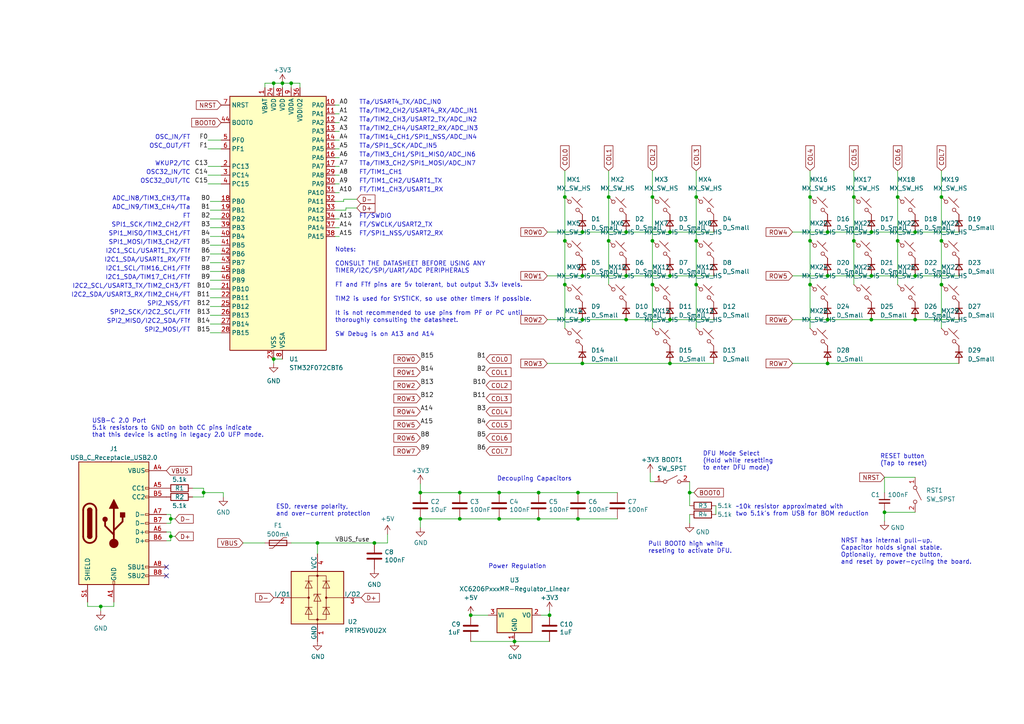
<source format=kicad_sch>
(kicad_sch (version 20250114) (generator "eeschema") (generator_version "9.0")
  (paper "A4")
  (text "SPI1_SCK/TIM2_CH2/FT" (at 55.245 66.04 0) (effects (font (size 1.27 1.27)) (justify right bottom)))
  (text "FT/TIM1_CH1" (at 104.14 50.8 0) (effects (font (size 1.27 1.27)) (justify left bottom)))
  (text "FT/TIM1_CH3/USART1_RX" (at 104.14 55.88 0) (effects (font (size 1.27 1.27)) (justify left bottom)))
  (text "SPI2_NSS/FT" (at 55.245 88.9 0) (effects (font (size 1.27 1.27)) (justify right bottom)))
  (text "Notes:\n\nCONSULT THE DATASHEET BEFORE USING ANY \nTIMER/I2C/SPI/UART/ADC PERIPHERALS\n\nFT and FTf pins are 5v tolerant, but output 3.3v levels.\n\nTIM2 is used for SYSTICK, so use other timers if possible.\n\nIt is not recommended to use pins from PF or PC until\nthoroughly consulting the datasheet.\n\nSW Debug is on A13 and A14" (at 97.155 97.79 0) (effects (font (size 1.27 1.27)) (justify left bottom)))
  (text "TTa/TIM2_CH4/USART2_RX/ADC_IN3" (at 104.14 38.1 0) (effects (font (size 1.27 1.27)) (justify left bottom)))
  (text "NRST has internal pull-up.\nCapacitor holds signal stable.\nOptionally, remove the button,\nand reset by power-cycling the board." (at 243.84 163.83 0) (effects (font (size 1.27 1.27)) (justify left bottom)))
  (text "FT/SWDIO" (at 104.14 63.5 0) (effects (font (size 1.27 1.27)) (justify left bottom)))
  (text "Decoupling Capacitors" (at 144.145 139.7 0) (effects (font (size 1.27 1.27)) (justify left bottom)))
  (text "SPI1_MOSI/TIM3_CH2/FT" (at 55.245 71.12 0) (effects (font (size 1.27 1.27)) (justify right bottom)))
  (text "ADC_IN9/TIM3_CH4/TTa" (at 55.245 60.96 0) (effects (font (size 1.27 1.27)) (justify right bottom)))
  (text "I2C2_SCL/USART3_TX/TIM2_CH3/FT" (at 55.245 83.82 0) (effects (font (size 1.27 1.27)) (justify right bottom)))
  (text "SPI2_MISO/I2C2_SDA/FTf" (at 55.245 93.98 0) (effects (font (size 1.27 1.27)) (justify right bottom)))
  (text "FT/SWCLK/USART2_TX" (at 104.14 66.04 0) (effects (font (size 1.27 1.27)) (justify left bottom)))
  (text "I2C1_SCL/TIM16_CH1/FTf" (at 55.245 78.74 0) (effects (font (size 1.27 1.27)) (justify right bottom)))
  (text "~10k resistor approximated with\ntwo 5.1k's from USB for BOM reduction" (at 213.36 149.86 0) (effects (font (size 1.27 1.27)) (justify left bottom)))
  (text "TTa/TIM2_CH2/USART4_RX/ADC_IN1" (at 104.14 33.02 0) (effects (font (size 1.27 1.27)) (justify left bottom)))
  (text "USB-C 2.0 Port\n5.1k resistors to GND on both CC pins indicate\nthat this device is acting in legacy 2.0 UFP mode." (at 26.67 127 0) (effects (font (size 1.27 1.27)) (justify left bottom)))
  (text "TTa/TIM2_CH3/USART2_TX/ADC_IN2" (at 104.14 35.56 0) (effects (font (size 1.27 1.27)) (justify left bottom)))
  (text "OSC_IN/FT" (at 55.245 40.64 0) (effects (font (size 1.27 1.27)) (justify right bottom)))
  (text "DFU Mode Select\n(Hold while resetting\nto enter DFU mode)" (at 203.835 136.525 0) (effects (font (size 1.27 1.27)) (justify left bottom)))
  (text "WKUP2/TC" (at 55.245 48.26 0) (effects (font (size 1.27 1.27)) (justify right bottom)))
  (text "I2C2_SDA/USART3_RX/TIM2_CH4/FT" (at 55.245 86.36 0) (effects (font (size 1.27 1.27)) (justify right bottom)))
  (text "ADC_IN8/TIM3_CH3/TTa" (at 55.245 58.42 0) (effects (font (size 1.27 1.27)) (justify right bottom)))
  (text "RESET button\n(Tap to reset)" (at 255.27 135.255 0) (effects (font (size 1.27 1.27)) (justify left bottom)))
  (text "Pull BOOT0 high while \nreseting to activate DFU." (at 187.96 160.655 0) (effects (font (size 1.27 1.27)) (justify left bottom)))
  (text "I2C1_SDA/TIM17_CH1/FTf" (at 55.245 81.28 0) (effects (font (size 1.27 1.27)) (justify right bottom)))
  (text "TTa/SPI1_SCK/ADC_IN5" (at 104.14 43.18 0) (effects (font (size 1.27 1.27)) (justify left bottom)))
  (text "TTa/TIM3_CH1/SPI1_MISO/ADC_IN6" (at 104.14 45.72 0) (effects (font (size 1.27 1.27)) (justify left bottom)))
  (text "TTa/TIM3_CH2/SPI1_MOSI/ADC_IN7" (at 104.14 48.26 0) (effects (font (size 1.27 1.27)) (justify left bottom)))
  (text "OSC32_OUT/TC" (at 55.245 53.34 0) (effects (font (size 1.27 1.27)) (justify right bottom)))
  (text "FT/SPI1_NSS/USART2_RX" (at 104.14 68.58 0) (effects (font (size 1.27 1.27)) (justify left bottom)))
  (text "SPI1_MISO/TIM3_CH1/FT" (at 55.245 68.58 0) (effects (font (size 1.27 1.27)) (justify right bottom)))
  (text "OSC32_IN/TC" (at 55.245 50.8 0) (effects (font (size 1.27 1.27)) (justify right bottom)))
  (text "TTa/TIM14_CH1/SPI1_NSS/ADC_IN4" (at 104.14 40.64 0) (effects (font (size 1.27 1.27)) (justify left bottom)))
  (text "I2C1_SDA/USART1_RX/FTf" (at 55.245 76.2 0) (effects (font (size 1.27 1.27)) (justify right bottom)))
  (text "SPI2_MOSI/FT" (at 55.245 96.52 0) (effects (font (size 1.27 1.27)) (justify right bottom)))
  (text "FT/TIM1_CH2/USART1_TX" (at 104.14 53.34 0) (effects (font (size 1.27 1.27)) (justify left bottom)))
  (text "Power Regulation" (at 141.605 165.1 0) (effects (font (size 1.27 1.27)) (justify left bottom)))
  (text "SPI2_SCK/I2C2_SCL/FTf" (at 55.245 91.44 0) (effects (font (size 1.27 1.27)) (justify right bottom)))
  (text "OSC_OUT/FT" (at 55.245 43.18 0) (effects (font (size 1.27 1.27)) (justify right bottom)))
  (text "ESD, reverse polarity,\nand over-current protection" (at 80.01 149.86 0) (effects (font (size 1.27 1.27)) (justify left bottom)))
  (text "FT" (at 55.245 63.5 0) (effects (font (size 1.27 1.27)) (justify right bottom)))
  (text "TTa/USART4_TX/ADC_IN0" (at 104.14 30.48 0) (effects (font (size 1.27 1.27)) (justify left bottom)))
  (text "I2C1_SCL/USART1_TX/FTf" (at 55.245 73.66 0) (effects (font (size 1.27 1.27)) (justify right bottom)))
  (junction (at 252.73 67.31))
  (junction (at 200.025 142.875))
  (junction (at 273.05 82.55))
  (junction (at 189.23 57.15))
  (junction (at 181.61 80.01))
  (junction (at 81.915 24.13))
  (junction (at 163.83 82.55))
  (junction (at 194.31 67.31))
  (junction (at 163.83 57.15))
  (junction (at 181.61 67.31))
  (junction (at 159.385 178.435))
  (junction (at 168.91 80.01))
  (junction (at 247.65 69.85))
  (junction (at 59.055 142.875))
  (junction (at 79.375 24.13))
  (junction (at 240.03 92.71))
  (junction (at 156.21 150.495))
  (junction (at 168.91 92.71))
  (junction (at 234.95 82.55))
  (junction (at 136.525 178.435))
  (junction (at 265.43 67.31))
  (junction (at 168.91 105.41))
  (junction (at 240.03 105.41))
  (junction (at 156.21 142.875))
  (junction (at 121.92 150.495))
  (junction (at 201.93 57.15))
  (junction (at 163.83 69.85))
  (junction (at 149.225 186.055) (diameter 0.9144))
  (junction (at 265.43 92.71))
  (junction (at 247.65 57.15))
  (junction (at 256.54 148.59))
  (junction (at 121.92 142.875))
  (junction (at 79.375 104.14))
  (junction (at 234.95 57.15))
  (junction (at 194.31 92.71))
  (junction (at 144.78 150.495))
  (junction (at 260.35 57.15))
  (junction (at 252.73 80.01))
  (junction (at 133.35 150.495))
  (junction (at 189.23 69.85))
  (junction (at 167.64 150.495))
  (junction (at 176.53 57.15))
  (junction (at 167.64 142.875))
  (junction (at 201.93 82.55))
  (junction (at 189.23 82.55))
  (junction (at 168.91 67.31))
  (junction (at 273.05 69.85))
  (junction (at 252.73 92.71))
  (junction (at 176.53 69.85))
  (junction (at 265.43 80.01))
  (junction (at 273.05 57.15))
  (junction (at 92.075 157.48))
  (junction (at 144.78 142.875))
  (junction (at 194.31 105.41))
  (junction (at 240.03 67.31))
  (junction (at 260.35 69.85))
  (junction (at 201.93 69.85))
  (junction (at 181.61 92.71))
  (junction (at 108.585 157.48))
  (junction (at 49.53 155.575))
  (junction (at 194.31 80.01))
  (junction (at 29.21 175.895))
  (junction (at 49.53 150.495))
  (junction (at 234.95 69.85))
  (junction (at 133.35 142.875))
  (junction (at 84.455 24.13))
  (junction (at 240.03 80.01))
  (no_connect (at 48.26 167.005))
  (no_connect (at 48.26 164.465))
  (wire (pts (xy 229.87 80.01) (xy 240.03 80.01)))
  (wire (pts (xy 181.61 67.31) (xy 194.31 67.31)))
  (wire (pts (xy 167.64 150.495) (xy 179.07 150.495)))
  (wire (pts (xy 201.93 82.55) (xy 201.93 95.25)))
  (wire (pts (xy 273.05 82.55) (xy 273.05 95.25)))
  (wire (pts (xy 247.65 69.85) (xy 247.65 82.55)))
  (wire (pts (xy 158.75 80.01) (xy 168.91 80.01)))
  (wire (pts (xy 189.23 49.53) (xy 189.23 57.15)))
  (wire (pts (xy 48.26 156.845) (xy 49.53 156.845)))
  (wire (pts (xy 60.96 76.2) (xy 64.135 76.2)))
  (wire (pts (xy 98.425 40.64) (xy 97.155 40.64)))
  (wire (pts (xy 234.95 82.55) (xy 234.95 95.25)))
  (wire (pts (xy 29.21 175.895) (xy 33.02 175.895)))
  (wire (pts (xy 60.96 60.96) (xy 64.135 60.96)))
  (wire (pts (xy 86.995 24.13) (xy 86.995 25.4)))
  (wire (pts (xy 48.26 149.225) (xy 49.53 149.225)))
  (wire (pts (xy 98.425 53.34) (xy 97.155 53.34)))
  (wire (pts (xy 59.055 144.145) (xy 59.055 142.875)))
  (wire (pts (xy 163.83 57.15) (xy 163.83 69.85)))
  (wire (pts (xy 265.43 80.01) (xy 278.13 80.01)))
  (wire (pts (xy 144.78 150.495) (xy 133.35 150.495)))
  (wire (pts (xy 194.31 80.01) (xy 207.01 80.01)))
  (wire (pts (xy 55.88 144.145) (xy 59.055 144.145)))
  (wire (pts (xy 98.425 48.26) (xy 97.155 48.26)))
  (wire (pts (xy 49.53 150.495) (xy 49.53 151.765)))
  (wire (pts (xy 59.055 142.875) (xy 59.055 141.605)))
  (wire (pts (xy 189.865 139.7) (xy 188.595 139.7)))
  (wire (pts (xy 29.21 177.165) (xy 29.21 175.895)))
  (wire (pts (xy 84.455 24.13) (xy 84.455 25.4)))
  (wire (pts (xy 98.425 35.56) (xy 97.155 35.56)))
  (wire (pts (xy 59.055 142.875) (xy 64.77 142.875)))
  (wire (pts (xy 144.78 142.875) (xy 133.35 142.875)))
  (wire (pts (xy 60.96 63.5) (xy 64.135 63.5)))
  (wire (pts (xy 84.455 24.13) (xy 86.995 24.13)))
  (wire (pts (xy 200.025 142.875) (xy 201.295 142.875)))
  (wire (pts (xy 60.96 78.74) (xy 64.135 78.74)))
  (wire (pts (xy 79.375 24.13) (xy 79.375 25.4)))
  (wire (pts (xy 201.93 49.53) (xy 201.93 57.15)))
  (wire (pts (xy 189.23 69.85) (xy 189.23 82.55)))
  (wire (pts (xy 55.88 141.605) (xy 59.055 141.605)))
  (wire (pts (xy 149.225 186.055) (xy 159.385 186.055)))
  (wire (pts (xy 60.96 93.98) (xy 64.135 93.98)))
  (wire (pts (xy 79.375 105.41) (xy 79.375 104.14)))
  (wire (pts (xy 60.96 83.82) (xy 64.135 83.82)))
  (wire (pts (xy 273.05 49.53) (xy 273.05 57.15)))
  (wire (pts (xy 98.425 38.1) (xy 97.155 38.1)))
  (wire (pts (xy 256.54 151.13) (xy 256.54 148.59)))
  (wire (pts (xy 158.75 92.71) (xy 168.91 92.71)))
  (wire (pts (xy 252.73 92.71) (xy 265.43 92.71)))
  (wire (pts (xy 60.96 73.66) (xy 64.135 73.66)))
  (wire (pts (xy 260.35 57.15) (xy 260.35 69.85)))
  (wire (pts (xy 136.525 178.435) (xy 141.605 178.435)))
  (wire (pts (xy 207.645 146.685) (xy 207.645 149.225)))
  (wire (pts (xy 156.21 142.875) (xy 167.64 142.875)))
  (wire (pts (xy 98.425 63.5) (xy 97.155 63.5)))
  (wire (pts (xy 194.31 92.71) (xy 207.01 92.71)))
  (wire (pts (xy 60.96 71.12) (xy 64.135 71.12)))
  (wire (pts (xy 194.31 105.41) (xy 207.01 105.41)))
  (wire (pts (xy 168.91 105.41) (xy 194.31 105.41)))
  (wire (pts (xy 108.585 157.48) (xy 112.395 157.48)))
  (wire (pts (xy 240.03 92.71) (xy 252.73 92.71)))
  (wire (pts (xy 240.03 105.41) (xy 278.13 105.41)))
  (wire (pts (xy 168.91 67.31) (xy 181.61 67.31)))
  (wire (pts (xy 188.595 139.7) (xy 188.595 137.16)))
  (wire (pts (xy 240.03 80.01) (xy 252.73 80.01)))
  (wire (pts (xy 176.53 69.85) (xy 176.53 82.55)))
  (wire (pts (xy 265.43 67.31) (xy 278.13 67.31)))
  (wire (pts (xy 100.33 60.325) (xy 100.33 60.96)))
  (wire (pts (xy 60.96 66.04) (xy 64.135 66.04)))
  (wire (pts (xy 181.61 92.71) (xy 194.31 92.71)))
  (wire (pts (xy 76.835 24.13) (xy 76.835 25.4)))
  (wire (pts (xy 247.65 57.15) (xy 247.65 69.85)))
  (wire (pts (xy 201.93 69.85) (xy 201.93 82.55)))
  (wire (pts (xy 229.87 92.71) (xy 240.03 92.71)))
  (wire (pts (xy 98.425 43.18) (xy 97.155 43.18)))
  (wire (pts (xy 168.91 80.01) (xy 181.61 80.01)))
  (wire (pts (xy 60.96 91.44) (xy 64.135 91.44)))
  (wire (pts (xy 256.54 138.43) (xy 265.43 138.43)))
  (wire (pts (xy 156.845 178.435) (xy 159.385 178.435)))
  (wire (pts (xy 144.78 142.875) (xy 156.21 142.875)))
  (wire (pts (xy 240.03 67.31) (xy 252.73 67.31)))
  (wire (pts (xy 98.425 45.72) (xy 97.155 45.72)))
  (wire (pts (xy 200.025 139.7) (xy 200.025 142.875)))
  (wire (pts (xy 84.455 24.13) (xy 81.915 24.13)))
  (wire (pts (xy 60.96 58.42) (xy 64.135 58.42)))
  (wire (pts (xy 163.83 49.53) (xy 163.83 57.15)))
  (wire (pts (xy 256.54 138.43) (xy 256.54 142.875)))
  (wire (pts (xy 98.425 55.88) (xy 97.155 55.88)))
  (wire (pts (xy 60.96 86.36) (xy 64.135 86.36)))
  (wire (pts (xy 70.485 157.48) (xy 76.835 157.48)))
  (wire (pts (xy 100.33 60.96) (xy 97.155 60.96)))
  (wire (pts (xy 158.75 67.31) (xy 168.91 67.31)))
  (wire (pts (xy 163.83 82.55) (xy 163.83 95.25)))
  (wire (pts (xy 121.92 153.035) (xy 121.92 150.495)))
  (wire (pts (xy 194.31 67.31) (xy 207.01 67.31)))
  (wire (pts (xy 49.53 156.845) (xy 49.53 155.575)))
  (wire (pts (xy 60.325 48.26) (xy 64.135 48.26)))
  (wire (pts (xy 60.325 50.8) (xy 64.135 50.8)))
  (wire (pts (xy 48.26 154.305) (xy 49.53 154.305)))
  (wire (pts (xy 84.455 157.48) (xy 92.075 157.48)))
  (wire (pts (xy 79.375 104.14) (xy 81.915 104.14)))
  (wire (pts (xy 167.64 142.875) (xy 179.07 142.875)))
  (wire (pts (xy 121.92 140.335) (xy 121.92 142.875)))
  (wire (pts (xy 60.96 96.52) (xy 64.135 96.52)))
  (wire (pts (xy 256.54 148.59) (xy 256.54 147.955)))
  (wire (pts (xy 49.53 150.495) (xy 50.8 150.495)))
  (wire (pts (xy 79.375 24.13) (xy 81.915 24.13)))
  (wire (pts (xy 256.54 148.59) (xy 265.43 148.59)))
  (wire (pts (xy 200.025 149.225) (xy 200.025 151.765)))
  (wire (pts (xy 60.325 40.64) (xy 64.135 40.64)))
  (wire (pts (xy 60.96 88.9) (xy 64.135 88.9)))
  (wire (pts (xy 60.96 81.28) (xy 64.135 81.28)))
  (wire (pts (xy 25.4 175.895) (xy 29.21 175.895)))
  (wire (pts (xy 112.395 154.94) (xy 112.395 157.48)))
  (wire (pts (xy 273.05 69.85) (xy 273.05 82.55)))
  (wire (pts (xy 76.835 24.13) (xy 79.375 24.13)))
  (wire (pts (xy 60.96 68.58) (xy 64.135 68.58)))
  (wire (pts (xy 200.025 142.875) (xy 200.025 146.685)))
  (wire (pts (xy 48.26 151.765) (xy 49.53 151.765)))
  (wire (pts (xy 189.23 82.55) (xy 189.23 95.25)))
  (wire (pts (xy 99.695 57.785) (xy 99.695 58.42)))
  (wire (pts (xy 260.35 69.85) (xy 260.35 82.55)))
  (wire (pts (xy 25.4 174.625) (xy 25.4 175.895)))
  (wire (pts (xy 158.75 105.41) (xy 168.91 105.41)))
  (wire (pts (xy 103.505 60.325) (xy 100.33 60.325)))
  (wire (pts (xy 49.53 154.305) (xy 49.53 155.575)))
  (wire (pts (xy 98.425 50.8) (xy 97.155 50.8)))
  (wire (pts (xy 98.425 33.02) (xy 97.155 33.02)))
  (wire (pts (xy 176.53 49.53) (xy 176.53 57.15)))
  (wire (pts (xy 98.425 66.04) (xy 97.155 66.04)))
  (wire (pts (xy 49.53 155.575) (xy 50.8 155.575)))
  (wire (pts (xy 247.65 49.53) (xy 247.65 57.15)))
  (wire (pts (xy 133.35 150.495) (xy 121.92 150.495)))
  (wire (pts (xy 159.385 177.165) (xy 159.385 178.435)))
  (wire (pts (xy 234.95 57.15) (xy 234.95 69.85)))
  (wire (pts (xy 234.95 49.53) (xy 234.95 57.15)))
  (wire (pts (xy 64.77 142.875) (xy 64.77 144.145)))
  (wire (pts (xy 176.53 57.15) (xy 176.53 69.85)))
  (wire (pts (xy 33.02 175.895) (xy 33.02 174.625)))
  (wire (pts (xy 99.695 58.42) (xy 97.155 58.42)))
  (wire (pts (xy 92.075 157.48) (xy 92.075 160.655)))
  (wire (pts (xy 60.325 43.18) (xy 64.135 43.18)))
  (wire (pts (xy 103.505 57.785) (xy 99.695 57.785)))
  (wire (pts (xy 260.35 49.53) (xy 260.35 57.15)))
  (wire (pts (xy 252.73 80.01) (xy 265.43 80.01)))
  (wire (pts (xy 234.95 69.85) (xy 234.95 82.55)))
  (wire (pts (xy 149.225 186.055) (xy 136.525 186.055)))
  (wire (pts (xy 201.93 57.15) (xy 201.93 69.85)))
  (wire (pts (xy 168.91 92.71) (xy 181.61 92.71)))
  (wire (pts (xy 92.075 157.48) (xy 108.585 157.48)))
  (wire (pts (xy 252.73 67.31) (xy 265.43 67.31)))
  (wire (pts (xy 98.425 30.48) (xy 97.155 30.48)))
  (wire (pts (xy 163.83 69.85) (xy 163.83 82.55)))
  (wire (pts (xy 98.425 68.58) (xy 97.155 68.58)))
  (wire (pts (xy 81.915 24.13) (xy 81.915 25.4)))
  (wire (pts (xy 133.35 142.875) (xy 121.92 142.875)))
  (wire (pts (xy 229.87 105.41) (xy 240.03 105.41)))
  (wire (pts (xy 229.87 67.31) (xy 240.03 67.31)))
  (wire (pts (xy 49.53 149.225) (xy 49.53 150.495)))
  (wire (pts (xy 181.61 80.01) (xy 194.31 80.01)))
  (wire (pts (xy 273.05 57.15) (xy 273.05 69.85)))
  (wire (pts (xy 144.78 150.495) (xy 156.21 150.495)))
  (wire (pts (xy 156.21 150.495) (xy 167.64 150.495)))
  (wire (pts (xy 265.43 92.71) (xy 278.13 92.71)))
  (wire (pts (xy 189.23 57.15) (xy 189.23 69.85)))
  (wire (pts (xy 60.325 53.34) (xy 64.135 53.34)))
  (label "A1" (at 98.425 33.02 0))
  (label "A3" (at 98.425 38.1 0))
  (label "A13" (at 98.425 63.5 0))
  (label "B13" (at 121.92 111.76 0))
  (label "A10" (at 98.425 55.88 0))
  (label "A15" (at 121.92 123.19 0))
  (label "B14" (at 121.92 107.95 0))
  (label "B15" (at 121.92 104.14 0))
  (label "B7" (at 60.96 76.2 180))
  (label "B13" (at 60.96 91.44 180))
  (label "A6" (at 98.425 45.72 0))
  (label "B1" (at 60.96 60.96 180))
  (label "B9" (at 60.96 81.28 180))
  (label "B5" (at 60.96 71.12 180))
  (label "B8" (at 121.92 127 0))
  (label "B14" (at 60.96 93.98 180))
  (label "A8" (at 98.425 50.8 0))
  (label "B0" (at 60.96 58.42 180))
  (label "A9" (at 98.425 53.34 0))
  (label "VBUS_fuse" (at 97.155 157.48 0))
  (label "A2" (at 98.425 35.56 0))
  (label "B9" (at 121.92 130.81 0))
  (label "B8" (at 60.96 78.74 180))
  (label "B2" (at 140.97 107.95 180))
  (label "A4" (at 98.425 40.64 0))
  (label "B12" (at 60.96 88.9 180))
  (label "B4" (at 60.96 68.58 180))
  (label "B4" (at 140.97 123.19 180))
  (label "B3" (at 140.97 119.38 180))
  (label "C14" (at 60.325 50.8 180))
  (label "B6" (at 60.96 73.66 180))
  (label "B15" (at 60.96 96.52 180))
  (label "A14" (at 98.425 66.04 0))
  (label "B10" (at 60.96 83.82 180))
  (label "B11" (at 60.96 86.36 180))
  (label "B6" (at 140.97 130.81 180))
  (label "C15" (at 60.325 53.34 180))
  (label "B11" (at 140.97 115.57 180))
  (label "B3" (at 60.96 66.04 180))
  (label "A0" (at 98.425 30.48 0))
  (label "B2" (at 60.96 63.5 180))
  (label "F1" (at 60.325 43.18 180))
  (label "B10" (at 140.97 111.76 180))
  (label "B12" (at 121.92 115.57 0))
  (label "A14" (at 121.92 119.38 0))
  (label "A5" (at 98.425 43.18 0))
  (label "A7" (at 98.425 48.26 0))
  (label "C13" (at 60.325 48.26 180))
  (label "B5" (at 140.97 127 180))
  (label "F0" (at 60.325 40.64 180))
  (label "B1" (at 140.97 104.14 180))
  (label "A15" (at 98.425 68.58 0))
  (global_label "ROW0" (shape input) (at 158.75 67.31 180) (property "Intersheetrefs" "${INTERSHEET_REFS}" (effects (hide yes))))
  (global_label "COL5" (shape input) (at 140.97 123.19 0) (property "Intersheetrefs" "${INTERSHEET_REFS}" (effects (hide yes))))
  (global_label "ROW5" (shape input) (at 229.87 80.01 180) (property "Intersheetrefs" "${INTERSHEET_REFS}" (effects (hide yes))))
  (global_label "COL7" (shape input) (at 140.97 130.81 0) (property "Intersheetrefs" "${INTERSHEET_REFS}" (effects (hide yes))))
  (global_label "VBUS" (shape input) (at 70.485 157.48 180) (property "Intersheetrefs" "${INTERSHEET_REFS}" (effects (hide yes))))
  (global_label "COL2" (shape input) (at 140.97 111.76 0) (property "Intersheetrefs" "${INTERSHEET_REFS}" (effects (hide yes))))
  (global_label "D-" (shape input) (at 103.505 57.785 0) (property "Intersheetrefs" "${INTERSHEET_REFS}" (effects (hide yes))))
  (global_label "ROW1" (shape input) (at 158.75 80.01 180) (property "Intersheetrefs" "${INTERSHEET_REFS}" (effects (hide yes))))
  (global_label "COL1" (shape input) (at 140.97 107.95 0) (property "Intersheetrefs" "${INTERSHEET_REFS}" (effects (hide yes))))
  (global_label "COL2" (shape input) (at 189.23 49.53 90) (property "Intersheetrefs" "${INTERSHEET_REFS}" (effects (hide yes))))
  (global_label "ROW7" (shape input) (at 121.92 130.81 180) (property "Intersheetrefs" "${INTERSHEET_REFS}" (effects (hide yes))))
  (global_label "D-" (shape input) (at 79.375 173.355 180) (property "Intersheetrefs" "${INTERSHEET_REFS}" (effects (hide yes))))
  (global_label "ROW0" (shape input) (at 121.92 104.14 180) (property "Intersheetrefs" "${INTERSHEET_REFS}" (effects (hide yes))))
  (global_label "BOOT0" (shape input) (at 64.135 35.56 180) (property "Intersheetrefs" "${INTERSHEET_REFS}" (effects (hide yes))))
  (global_label "D+" (shape input) (at 103.505 60.325 0) (property "Intersheetrefs" "${INTERSHEET_REFS}" (effects (hide yes))))
  (global_label "COL0" (shape input) (at 163.83 49.53 90) (property "Intersheetrefs" "${INTERSHEET_REFS}" (effects (hide yes))))
  (global_label "COL1" (shape input) (at 176.53 49.53 90) (property "Intersheetrefs" "${INTERSHEET_REFS}" (effects (hide yes))))
  (global_label "ROW6" (shape input) (at 121.92 127 180) (property "Intersheetrefs" "${INTERSHEET_REFS}" (effects (hide yes))))
  (global_label "D+" (shape input) (at 104.775 173.355 0) (property "Intersheetrefs" "${INTERSHEET_REFS}" (effects (hide yes))))
  (global_label "COL4" (shape input) (at 140.97 119.38 0) (property "Intersheetrefs" "${INTERSHEET_REFS}" (effects (hide yes))))
  (global_label "D-" (shape input) (at 50.8 150.495 0) (property "Intersheetrefs" "${INTERSHEET_REFS}" (effects (hide yes))))
  (global_label "COL4" (shape input) (at 234.95 49.53 90) (property "Intersheetrefs" "${INTERSHEET_REFS}" (effects (hide yes))))
  (global_label "ROW7" (shape input) (at 229.87 105.41 180) (property "Intersheetrefs" "${INTERSHEET_REFS}" (effects (hide yes))))
  (global_label "ROW4" (shape input) (at 229.87 67.31 180) (property "Intersheetrefs" "${INTERSHEET_REFS}" (effects (hide yes))))
  (global_label "COL6" (shape input) (at 140.97 127 0) (property "Intersheetrefs" "${INTERSHEET_REFS}" (effects (hide yes))))
  (global_label "ROW3" (shape input) (at 121.92 115.57 180) (property "Intersheetrefs" "${INTERSHEET_REFS}" (effects (hide yes))))
  (global_label "COL3" (shape input) (at 140.97 115.57 0) (property "Intersheetrefs" "${INTERSHEET_REFS}" (effects (hide yes))))
  (global_label "COL7" (shape input) (at 273.05 49.53 90) (property "Intersheetrefs" "${INTERSHEET_REFS}" (effects (hide yes))))
  (global_label "COL3" (shape input) (at 201.93 49.53 90) (property "Intersheetrefs" "${INTERSHEET_REFS}" (effects (hide yes))))
  (global_label "ROW4" (shape input) (at 121.92 119.38 180) (property "Intersheetrefs" "${INTERSHEET_REFS}" (effects (hide yes))))
  (global_label "COL5" (shape input) (at 247.65 49.53 90) (property "Intersheetrefs" "${INTERSHEET_REFS}" (effects (hide yes))))
  (global_label "ROW2" (shape input) (at 158.75 92.71 180) (property "Intersheetrefs" "${INTERSHEET_REFS}" (effects (hide yes))))
  (global_label "NRST" (shape input) (at 256.54 138.43 180) (property "Intersheetrefs" "${INTERSHEET_REFS}" (effects (hide yes))))
  (global_label "NRST" (shape input) (at 64.135 30.48 180) (property "Intersheetrefs" "${INTERSHEET_REFS}" (effects (hide yes))))
  (global_label "COL6" (shape input) (at 260.35 49.53 90) (property "Intersheetrefs" "${INTERSHEET_REFS}" (effects (hide yes))))
  (global_label "BOOT0" (shape input) (at 201.295 142.875 0) (property "Intersheetrefs" "${INTERSHEET_REFS}" (effects (hide yes))))
  (global_label "ROW6" (shape input) (at 229.87 92.71 180) (property "Intersheetrefs" "${INTERSHEET_REFS}" (effects (hide yes))))
  (global_label "COL0" (shape input) (at 140.97 104.14 0) (property "Intersheetrefs" "${INTERSHEET_REFS}" (effects (hide yes))))
  (global_label "ROW3" (shape input) (at 158.75 105.41 180) (property "Intersheetrefs" "${INTERSHEET_REFS}" (effects (hide yes))))
  (global_label "D+" (shape input) (at 50.8 155.575 0) (property "Intersheetrefs" "${INTERSHEET_REFS}" (effects (hide yes))))
  (global_label "ROW5" (shape input) (at 121.92 123.19 180) (property "Intersheetrefs" "${INTERSHEET_REFS}" (effects (hide yes))))
  (global_label "VBUS" (shape input) (at 48.26 136.525 0) (property "Intersheetrefs" "${INTERSHEET_REFS}" (effects (hide yes))))
  (global_label "ROW1" (shape input) (at 121.92 107.95 180) (property "Intersheetrefs" "${INTERSHEET_REFS}" (effects (hide yes))))
  (global_label "ROW2" (shape input) (at 121.92 111.76 180) (property "Intersheetrefs" "${INTERSHEET_REFS}" (effects (hide yes))))
  (symbol (lib_id "Device:D_Small") (at 240.03 64.77 270) (unit 1)
    (property "Reference" "D16" (at 242.57 63.4999 90) (effects (justify left)))
    (property "Value" "D_Small" (at 242.57 66.0399 90) (effects (justify left)))
    (property "Footprint" "Diode_SMD:D_SOD-123" (effects (hide yes)))
    (property "Description" "Diode, small symbol" (effects (hide yes)))
    (property "Sim.Device" "D" (effects (hide yes)))
    (property "Sim.Pins" "1=K 2=A" (effects (hide yes)))
  )
  (symbol (lib_id "Device:D_Small") (at 194.31 102.87 270) (unit 1)
    (property "Reference" "D15" (at 196.85 101.5999 90) (effects (justify left)))
    (property "Value" "D_Small" (at 196.85 104.1399 90) (effects (justify left)))
    (property "Footprint" "Diode_SMD:D_SOD-123" (effects (hide yes)))
    (property "Description" "Diode, small symbol" (effects (hide yes)))
    (property "Sim.Device" "D" (effects (hide yes)))
    (property "Sim.Pins" "1=K 2=A" (effects (hide yes)))
  )
  (symbol (lib_id "marbastlib-mx:MX_SW_HS_CPG151101S11") (at 275.59 59.69 0) (unit 1)
    (property "Reference" "MX19" (at 275.59 52.07 0))
    (property "Value" "MX_SW_HS" (at 275.59 54.61 0))
    (property "Footprint" "marbastlib-mx:SW_MX_HS_CPG151101S11_1u" (effects (hide yes)))
    (property "Description" "Push button switch, normally open, two pins, 45° tilted, Kailh CPG151101S11 for Cherry MX style switches" (effects (hide yes)))
  )
  (symbol (lib_id "Device:D_Small") (at 252.73 77.47 270) (unit 1)
    (property "Reference" "D21" (at 255.27 76.1999 90) (effects (justify left)))
    (property "Value" "D_Small" (at 255.27 78.7399 90) (effects (justify left)))
    (property "Footprint" "Diode_SMD:D_SOD-123" (effects (hide yes)))
    (property "Description" "Diode, small symbol" (effects (hide yes)))
    (property "Sim.Device" "D" (effects (hide yes)))
    (property "Sim.Pins" "1=K 2=A" (effects (hide yes)))
  )
  (symbol (lib_id "marbastlib-mx:MX_SW_HS_CPG151101S11") (at 250.19 59.69 0) (unit 1)
    (property "Reference" "MX17" (at 250.19 52.07 0))
    (property "Value" "MX_SW_HS" (at 250.19 54.61 0))
    (property "Footprint" "marbastlib-mx:SW_MX_HS_CPG151101S11_1u" (effects (hide yes)))
    (property "Description" "Push button switch, normally open, two pins, 45° tilted, Kailh CPG151101S11 for Cherry MX style switches" (effects (hide yes)))
  )
  (symbol (lib_id "Connector:USB_C_Receptacle_USB2.0") (at 33.02 151.765 0) (unit 1)
    (property "Reference" "J1" (at 33.02 130.175 0))
    (property "Value" "USB_C_Receptacle_USB2.0" (at 33.02 132.715 0))
    (property "Footprint" "Connector_USB:USB_C_Receptacle_HRO_TYPE-C-31-M-12" (effects (hide yes)))
    (property "Datasheet" "https://www.usb.org/sites/default/files/documents/usb_type-c.zip" (effects (hide yes)))
    (property "JlcRotOffset" "180" (effects (hide yes)))
    (property "JlcPosOffset" "0,1.5" (effects (hide yes)))
  )
  (symbol (lib_id "power:+3V3") (at 81.915 24.13 0) (unit 1)
    (property "Reference" "#PWR01" (effects (hide yes)))
    (property "Value" "+3V3" (at 81.915 20.32 0))
  )
  (symbol (lib_id "Device:R") (at 203.835 146.685 90) (unit 1)
    (property "Reference" "R3" (at 203.835 146.685 90))
    (property "Value" "5.1k" (at 210.185 146.685 90))
    (property "Footprint" "Resistor_SMD:R_0402_1005Metric" (effects (hide yes)))
  )
  (symbol (lib_id "Device:D_Small") (at 168.91 64.77 270) (unit 1)
    (property "Reference" "D1" (at 171.45 63.4999 90) (effects (justify left)))
    (property "Value" "D_Small" (at 171.45 66.0399 90) (effects (justify left)))
    (property "Footprint" "Diode_SMD:D_SOD-123" (effects (hide yes)))
    (property "Description" "Diode, small symbol" (effects (hide yes)))
    (property "Sim.Device" "D" (effects (hide yes)))
    (property "Sim.Pins" "1=K 2=A" (effects (hide yes)))
  )
  (symbol (lib_id "Device:D_Small") (at 207.01 64.77 270) (unit 1)
    (property "Reference" "D4" (at 209.55 63.4999 90) (effects (justify left)))
    (property "Value" "D_Small" (at 209.55 66.0399 90) (effects (justify left)))
    (property "Footprint" "Diode_SMD:D_SOD-123" (effects (hide yes)))
    (property "Description" "Diode, small symbol" (effects (hide yes)))
    (property "Sim.Device" "D" (effects (hide yes)))
    (property "Sim.Pins" "1=K 2=A" (effects (hide yes)))
  )
  (symbol (lib_id "Device:C") (at 108.585 161.29 0) (unit 1)
    (property "Reference" "C8" (at 111.506 160.1216 0) (effects (justify left)))
    (property "Value" "100nF" (at 111.506 162.433 0) (effects (justify left)))
    (property "Footprint" "Capacitor_SMD:C_0402_1005Metric" (effects (hide yes)))
    (property "LCSC" "C307331" (effects (hide yes)))
  )
  (symbol (lib_id "marbastlib-mx:MX_SW_HS_CPG151101S11") (at 166.37 59.69 0) (unit 1)
    (property "Reference" "MX1" (at 166.37 52.07 0))
    (property "Value" "MX_SW_HS" (at 166.37 54.61 0))
    (property "Footprint" "marbastlib-mx:SW_MX_HS_CPG151101S11_1u" (effects (hide yes)))
    (property "Description" "Push button switch, normally open, two pins, 45° tilted, Kailh CPG151101S11 for Cherry MX style switches" (effects (hide yes)))
  )
  (symbol (lib_id "Device:Polyfuse") (at 80.645 157.48 90) (unit 1)
    (property "Reference" "F1" (at 80.645 152.4 90))
    (property "Value" "500mA" (at 80.645 154.94 90))
    (property "Footprint" "Fuse:Fuse_1206_3216Metric" (effects (hide yes)))
    (property "LCSC" "C135341" (effects (hide yes)))
  )
  (symbol (lib_id "marbastlib-mx:MX_SW_HS_CPG151101S11") (at 166.37 72.39 0) (unit 1)
    (property "Reference" "MX5" (at 166.37 64.77 0))
    (property "Value" "MX_SW_HS" (at 166.37 67.31 0))
    (property "Footprint" "marbastlib-mx:SW_MX_HS_CPG151101S11_1u" (effects (hide yes)))
    (property "Description" "Push button switch, normally open, two pins, 45° tilted, Kailh CPG151101S11 for Cherry MX style switches" (effects (hide yes)))
  )
  (symbol (lib_id "Device:D_Small") (at 240.03 102.87 270) (unit 1)
    (property "Reference" "D28" (at 242.57 101.5999 90) (effects (justify left)))
    (property "Value" "D_Small" (at 242.57 104.1399 90) (effects (justify left)))
    (property "Footprint" "Diode_SMD:D_SOD-123" (effects (hide yes)))
    (property "Description" "Diode, small symbol" (effects (hide yes)))
    (property "Sim.Device" "D" (effects (hide yes)))
    (property "Sim.Pins" "1=K 2=A" (effects (hide yes)))
  )
  (symbol (lib_id "power:GND") (at 79.375 105.41 0) (unit 1)
    (property "Reference" "#PWR02" (effects (hide yes)))
    (property "Value" "GND" (at 79.375 110.49 0))
  )
  (symbol (lib_id "marbastlib-mx:MX_SW_HS_CPG151101S11") (at 262.89 59.69 0) (unit 1)
    (property "Reference" "MX18" (at 262.89 52.07 0))
    (property "Value" "MX_SW_HS" (at 262.89 54.61 0))
    (property "Footprint" "marbastlib-mx:SW_MX_HS_CPG151101S11_1u" (effects (hide yes)))
    (property "Description" "Push button switch, normally open, two pins, 45° tilted, Kailh CPG151101S11 for Cherry MX style switches" (effects (hide yes)))
  )
  (symbol (lib_id "power:GND") (at 64.77 144.145 0) (unit 1)
    (property "Reference" "#PWR05" (effects (hide yes)))
    (property "Value" "GND" (at 64.77 148.59 0))
  )
  (symbol (lib_id "power:GND") (at 121.92 153.035 0) (unit 1)
    (property "Reference" "#PWR08" (effects (hide yes)))
    (property "Value" "GND" (at 122.047 157.4292 0))
  )
  (symbol (lib_id "MCU_ST_STM32F0:STM32F072CBTx") (at 79.375 66.04 0) (unit 1)
    (property "Reference" "U1" (at 83.8709 104.14 0) (effects (justify left)))
    (property "Value" "STM32F072CBT6" (at 83.8709 106.68 0) (effects (justify left)))
    (property "Footprint" "Package_QFP:LQFP-48_7x7mm_P0.5mm" (effects (hide yes)))
    (property "Datasheet" "https://www.st.com/resource/en/datasheet/stm32f072cb.pdf" (effects (hide yes)))
    (property "JlcRotOffset" "90" (effects (hide yes)))
  )
  (symbol (lib_id "Device:D_Small") (at 194.31 64.77 270) (unit 1)
    (property "Reference" "D3" (at 196.85 63.4999 90) (effects (justify left)))
    (property "Value" "D_Small" (at 196.85 66.0399 90) (effects (justify left)))
    (property "Footprint" "Diode_SMD:D_SOD-123" (effects (hide yes)))
    (property "Description" "Diode, small symbol" (effects (hide yes)))
    (property "Sim.Device" "D" (effects (hide yes)))
    (property "Sim.Pins" "1=K 2=A" (effects (hide yes)))
  )
  (symbol (lib_id "Device:D_Small") (at 207.01 77.47 270) (unit 1)
    (property "Reference" "D8" (at 209.55 76.1999 90) (effects (justify left)))
    (property "Value" "D_Small" (at 209.55 78.7399 90) (effects (justify left)))
    (property "Footprint" "Diode_SMD:D_SOD-123" (effects (hide yes)))
    (property "Description" "Diode, small symbol" (effects (hide yes)))
    (property "Sim.Device" "D" (effects (hide yes)))
    (property "Sim.Pins" "1=K 2=A" (effects (hide yes)))
  )
  (symbol (lib_id "Device:D_Small") (at 252.73 90.17 270) (unit 1)
    (property "Reference" "D25" (at 255.27 88.8999 90) (effects (justify left)))
    (property "Value" "D_Small" (at 255.27 91.4399 90) (effects (justify left)))
    (property "Footprint" "Diode_SMD:D_SOD-123" (effects (hide yes)))
    (property "Description" "Diode, small symbol" (effects (hide yes)))
    (property "Sim.Device" "D" (effects (hide yes)))
    (property "Sim.Pins" "1=K 2=A" (effects (hide yes)))
  )
  (symbol (lib_id "Device:D_Small") (at 240.03 90.17 270) (unit 1)
    (property "Reference" "D24" (at 242.57 88.8999 90) (effects (justify left)))
    (property "Value" "D_Small" (at 242.57 91.4399 90) (effects (justify left)))
    (property "Footprint" "Diode_SMD:D_SOD-123" (effects (hide yes)))
    (property "Description" "Diode, small symbol" (effects (hide yes)))
    (property "Sim.Device" "D" (effects (hide yes)))
    (property "Sim.Pins" "1=K 2=A" (effects (hide yes)))
  )
  (symbol (lib_id "Device:C") (at 167.64 146.685 0) (unit 1)
    (property "Reference" "C6" (at 170.561 145.5166 0) (effects (justify left)))
    (property "Value" "100nF" (at 170.561 147.828 0) (effects (justify left)))
    (property "Footprint" "Capacitor_SMD:C_0402_1005Metric" (effects (hide yes)))
    (property "LCSC" "C307331" (effects (hide yes)))
  )
  (symbol (lib_id "marbastlib-mx:MX_SW_HS_CPG151101S11") (at 275.59 85.09 0) (unit 1)
    (property "Reference" "MX27" (at 275.59 77.47 0))
    (property "Value" "MX_SW_HS" (at 275.59 80.01 0))
    (property "Footprint" "marbastlib-mx:SW_MX_HS_CPG151101S11_1u" (effects (hide yes)))
    (property "Description" "Push button switch, normally open, two pins, 45° tilted, Kailh CPG151101S11 for Cherry MX style switches" (effects (hide yes)))
  )
  (symbol (lib_id "marbastlib-mx:MX_SW_HS_CPG151101S11") (at 204.47 97.79 0) (unit 1)
    (property "Reference" "MX13" (at 204.47 90.17 0))
    (property "Value" "MX_SW_HS" (at 204.47 92.71 0))
    (property "Footprint" "marbastlib-mx:SW_MX_HS_CPG151101S11_1u" (effects (hide yes)))
    (property "Description" "Push button switch, normally open, two pins, 45° tilted, Kailh CPG151101S11 for Cherry MX style switches" (effects (hide yes)))
  )
  (symbol (lib_id "marbastlib-mx:MX_SW_HS_CPG151101S11") (at 237.49 72.39 0) (unit 1)
    (property "Reference" "MX20" (at 237.49 64.77 0))
    (property "Value" "MX_SW_HS" (at 237.49 67.31 0))
    (property "Footprint" "marbastlib-mx:SW_MX_HS_CPG151101S11_1u" (effects (hide yes)))
    (property "Description" "Push button switch, normally open, two pins, 45° tilted, Kailh CPG151101S11 for Cherry MX style switches" (effects (hide yes)))
  )
  (symbol (lib_id "marbastlib-mx:MX_SW_HS_CPG151101S11") (at 237.49 59.69 0) (unit 1)
    (property "Reference" "MX16" (at 237.49 52.07 0))
    (property "Value" "MX_SW_HS" (at 237.49 54.61 0))
    (property "Footprint" "marbastlib-mx:SW_MX_HS_CPG151101S11_1u" (effects (hide yes)))
    (property "Description" "Push button switch, normally open, two pins, 45° tilted, Kailh CPG151101S11 for Cherry MX style switches" (effects (hide yes)))
  )
  (symbol (lib_id "marbastlib-mx:MX_SW_HS_CPG151101S11") (at 275.59 97.79 0) (unit 1)
    (property "Reference" "MX29" (at 275.59 90.17 0))
    (property "Value" "MX_SW_HS" (at 275.59 92.71 0))
    (property "Footprint" "marbastlib-mx:SW_MX_HS_CPG151101S11_1u" (effects (hide yes)))
    (property "Description" "Push button switch, normally open, two pins, 45° tilted, Kailh CPG151101S11 for Cherry MX style switches" (effects (hide yes)))
  )
  (symbol (lib_id "power:+3V3") (at 121.92 140.335 0) (unit 1)
    (property "Reference" "#PWR04" (effects (hide yes)))
    (property "Value" "+3V3" (at 121.92 136.525 0))
  )
  (symbol (lib_id "marbastlib-mx:MX_SW_HS_CPG151101S11") (at 179.07 59.69 0) (unit 1)
    (property "Reference" "MX2" (at 179.07 52.07 0))
    (property "Value" "MX_SW_HS" (at 179.07 54.61 0))
    (property "Footprint" "marbastlib-mx:SW_MX_HS_CPG151101S11_1u" (effects (hide yes)))
    (property "Description" "Push button switch, normally open, two pins, 45° tilted, Kailh CPG151101S11 for Cherry MX style switches" (effects (hide yes)))
  )
  (symbol (lib_id "marbastlib-mx:MX_SW_HS_CPG151101S11") (at 262.89 72.39 0) (unit 1)
    (property "Reference" "MX22" (at 262.89 64.77 0))
    (property "Value" "MX_SW_HS" (at 262.89 67.31 0))
    (property "Footprint" "marbastlib-mx:SW_MX_HS_CPG151101S11_1u" (effects (hide yes)))
    (property "Description" "Push button switch, normally open, two pins, 45° tilted, Kailh CPG151101S11 for Cherry MX style switches" (effects (hide yes)))
  )
  (symbol (lib_id "power:GND") (at 29.21 177.165 0) (unit 1)
    (property "Reference" "#PWR011" (effects (hide yes)))
    (property "Value" "GND" (at 29.21 182.245 0))
  )
  (symbol (lib_id "Device:C") (at 159.385 182.245 0) (unit 1)
    (property "Reference" "C10" (at 162.306 181.0766 0) (effects (justify left)))
    (property "Value" "1uF" (at 162.306 183.388 0) (effects (justify left)))
    (property "Footprint" "Capacitor_SMD:C_0402_1005Metric" (effects (hide yes)))
    (property "LCSC" "C307331" (effects (hide yes)))
  )
  (symbol (lib_id "Device:D_Small") (at 207.01 102.87 270) (unit 1)
    (property "Reference" "D13" (at 209.55 101.5999 90) (effects (justify left)))
    (property "Value" "D_Small" (at 209.55 104.1399 90) (effects (justify left)))
    (property "Footprint" "Diode_SMD:D_SOD-123" (effects (hide yes)))
    (property "Description" "Diode, small symbol" (effects (hide yes)))
    (property "Sim.Device" "D" (effects (hide yes)))
    (property "Sim.Pins" "1=K 2=A" (effects (hide yes)))
  )
  (symbol (lib_id "Device:D_Small") (at 168.91 77.47 270) (unit 1)
    (property "Reference" "D5" (at 171.45 76.1999 90) (effects (justify left)))
    (property "Value" "D_Small" (at 171.45 78.7399 90) (effects (justify left)))
    (property "Footprint" "Diode_SMD:D_SOD-123" (effects (hide yes)))
    (property "Description" "Diode, small symbol" (effects (hide yes)))
    (property "Sim.Device" "D" (effects (hide yes)))
    (property "Sim.Pins" "1=K 2=A" (effects (hide yes)))
  )
  (symbol (lib_id "marbastlib-mx:MX_SW_HS_CPG151101S11") (at 275.59 72.39 0) (unit 1)
    (property "Reference" "MX23" (at 275.59 64.77 0))
    (property "Value" "MX_SW_HS" (at 275.59 67.31 0))
    (property "Footprint" "marbastlib-mx:SW_MX_HS_CPG151101S11_1u" (effects (hide yes)))
    (property "Description" "Push button switch, normally open, two pins, 45° tilted, Kailh CPG151101S11 for Cherry MX style switches" (effects (hide yes)))
  )
  (symbol (lib_id "Device:D_Small") (at 168.91 102.87 270) (unit 1)
    (property "Reference" "D14" (at 171.45 101.5999 90) (effects (justify left)))
    (property "Value" "D_Small" (at 171.45 104.1399 90) (effects (justify left)))
    (property "Footprint" "Diode_SMD:D_SOD-123" (effects (hide yes)))
    (property "Description" "Diode, small symbol" (effects (hide yes)))
    (property "Sim.Device" "D" (effects (hide yes)))
    (property "Sim.Pins" "1=K 2=A" (effects (hide yes)))
  )
  (symbol (lib_id "Device:D_Small") (at 207.01 90.17 270) (unit 1)
    (property "Reference" "D12" (at 209.55 88.8999 90) (effects (justify left)))
    (property "Value" "D_Small" (at 209.55 91.4399 90) (effects (justify left)))
    (property "Footprint" "Diode_SMD:D_SOD-123" (effects (hide yes)))
    (property "Description" "Diode, small symbol" (effects (hide yes)))
    (property "Sim.Device" "D" (effects (hide yes)))
    (property "Sim.Pins" "1=K 2=A" (effects (hide yes)))
  )
  (symbol (lib_id "kicad-keyboard-parts:XC6206PxxxMR-Regulator_Linear") (at 149.225 178.435 0) (unit 1)
    (property "Reference" "U3" (at 149.225 168.275 0))
    (property "Value" "XC6206PxxxMR-Regulator_Linear" (at 149.225 170.815 0))
    (property "Footprint" "Package_TO_SOT_SMD:SOT-23" (effects (hide yes)))
    (property "Datasheet" "https://www.torexsemi.com/file/xc6206/XC6206.pdf" (effects (hide yes)))
    (property "LCSC" "C5446" (effects (hide yes)))
  )
  (symbol (lib_id "marbastlib-mx:MX_SW_HS_CPG151101S11") (at 191.77 72.39 0) (unit 1)
    (property "Reference" "MX7" (at 191.77 64.77 0))
    (property "Value" "MX_SW_HS" (at 191.77 67.31 0))
    (property "Footprint" "marbastlib-mx:SW_MX_HS_CPG151101S11_1u" (effects (hide yes)))
    (property "Description" "Push button switch, normally open, two pins, 45° tilted, Kailh CPG151101S11 for Cherry MX style switches" (effects (hide yes)))
  )
  (symbol (lib_id "marbastlib-mx:MX_SW_HS_CPG151101S11") (at 204.47 85.09 0) (unit 1)
    (property "Reference" "MX12" (at 204.47 77.47 0))
    (property "Value" "MX_SW_HS" (at 204.47 80.01 0))
    (property "Footprint" "marbastlib-mx:SW_MX_HS_CPG151101S11_1u" (effects (hide yes)))
    (property "Description" "Push button switch, normally open, two pins, 45° tilted, Kailh CPG151101S11 for Cherry MX style switches" (effects (hide yes)))
  )
  (symbol (lib_id "power:GND") (at 200.025 151.765 0) (unit 1)
    (property "Reference" "#PWR07" (effects (hide yes)))
    (property "Value" "GND" (at 203.835 154.305 0))
  )
  (symbol (lib_id "Device:D_Small") (at 278.13 77.47 270) (unit 1)
    (property "Reference" "D23" (at 280.67 76.1999 90) (effects (justify left)))
    (property "Value" "D_Small" (at 280.67 78.7399 90) (effects (justify left)))
    (property "Footprint" "Diode_SMD:D_SOD-123" (effects (hide yes)))
    (property "Description" "Diode, small symbol" (effects (hide yes)))
    (property "Sim.Device" "D" (effects (hide yes)))
    (property "Sim.Pins" "1=K 2=A" (effects (hide yes)))
  )
  (symbol (lib_id "marbastlib-mx:MX_SW_HS_CPG151101S11") (at 204.47 72.39 0) (unit 1)
    (property "Reference" "MX8" (at 204.47 64.77 0))
    (property "Value" "MX_SW_HS" (at 204.47 67.31 0))
    (property "Footprint" "marbastlib-mx:SW_MX_HS_CPG151101S11_1u" (effects (hide yes)))
    (property "Description" "Push button switch, normally open, two pins, 45° tilted, Kailh CPG151101S11 for Cherry MX style switches" (effects (hide yes)))
  )
  (symbol (lib_id "marbastlib-mx:MX_SW_HS_CPG151101S11") (at 179.07 72.39 0) (unit 1)
    (property "Reference" "MX6" (at 179.07 64.77 0))
    (property "Value" "MX_SW_HS" (at 179.07 67.31 0))
    (property "Footprint" "marbastlib-mx:SW_MX_HS_CPG151101S11_1u" (effects (hide yes)))
    (property "Description" "Push button switch, normally open, two pins, 45° tilted, Kailh CPG151101S11 for Cherry MX style switches" (effects (hide yes)))
  )
  (symbol (lib_id "Device:D_Small") (at 194.31 77.47 270) (unit 1)
    (property "Reference" "D7" (at 196.85 76.1999 90) (effects (justify left)))
    (property "Value" "D_Small" (at 196.85 78.7399 90) (effects (justify left)))
    (property "Footprint" "Diode_SMD:D_SOD-123" (effects (hide yes)))
    (property "Description" "Diode, small symbol" (effects (hide yes)))
    (property "Sim.Device" "D" (effects (hide yes)))
    (property "Sim.Pins" "1=K 2=A" (effects (hide yes)))
  )
  (symbol (lib_id "power:+3V3") (at 188.595 137.16 0) (mirror y) (unit 1)
    (property "Reference" "#PWR03" (effects (hide yes)))
    (property "Value" "+3V3" (at 188.595 133.35 0))
  )
  (symbol (lib_id "power:+3V3") (at 159.385 177.165 0) (unit 1)
    (property "Reference" "#PWR012" (effects (hide yes)))
    (property "Value" "+3V3" (at 159.385 173.355 0))
  )
  (symbol (lib_id "marbastlib-mx:MX_SW_HS_CPG151101S11") (at 250.19 85.09 0) (unit 1)
    (property "Reference" "MX25" (at 250.19 77.47 0))
    (property "Value" "MX_SW_HS" (at 250.19 80.01 0))
    (property "Footprint" "marbastlib-mx:SW_MX_HS_CPG151101S11_1u" (effects (hide yes)))
    (property "Description" "Push button switch, normally open, two pins, 45° tilted, Kailh CPG151101S11 for Cherry MX style switches" (effects (hide yes)))
  )
  (symbol (lib_name "+5V_1") (lib_id "power:+5V") (at 112.395 154.94 0) (unit 1)
    (property "Reference" "#PWR09" (effects (hide yes)))
    (property "Value" "+5V" (at 112.395 150.495 0))
  )
  (symbol (lib_id "Device:R") (at 52.07 141.605 270) (unit 1)
    (property "Reference" "R1" (at 52.07 141.605 90))
    (property "Value" "5.1k" (at 52.07 139.065 90))
    (property "Footprint" "Resistor_SMD:R_0402_1005Metric" (effects (hide yes)))
  )
  (symbol (lib_id "power:GND") (at 108.585 165.1 0) (unit 1)
    (property "Reference" "#PWR010" (effects (hide yes)))
    (property "Value" "GND" (at 108.585 169.545 0))
  )
  (symbol (lib_id "power:GND") (at 149.225 186.055 0) (unit 1)
    (property "Reference" "#PWR015" (effects (hide yes)))
    (property "Value" "GND" (at 149.352 190.4492 0))
  )
  (symbol (lib_id "Device:D_Small") (at 181.61 77.47 270) (unit 1)
    (property "Reference" "D6" (at 184.15 76.1999 90) (effects (justify left)))
    (property "Value" "D_Small" (at 184.15 78.7399 90) (effects (justify left)))
    (property "Footprint" "Diode_SMD:D_SOD-123" (effects (hide yes)))
    (property "Description" "Diode, small symbol" (effects (hide yes)))
    (property "Sim.Device" "D" (effects (hide yes)))
    (property "Sim.Pins" "1=K 2=A" (effects (hide yes)))
  )
  (symbol (lib_id "Device:D_Small") (at 252.73 64.77 270) (unit 1)
    (property "Reference" "D17" (at 255.27 63.4999 90) (effects (justify left)))
    (property "Value" "D_Small" (at 255.27 66.0399 90) (effects (justify left)))
    (property "Footprint" "Diode_SMD:D_SOD-123" (effects (hide yes)))
    (property "Description" "Diode, small symbol" (effects (hide yes)))
    (property "Sim.Device" "D" (effects (hide yes)))
    (property "Sim.Pins" "1=K 2=A" (effects (hide yes)))
  )
  (symbol (lib_id "power:+5V") (at 136.525 178.435 0) (unit 1)
    (property "Reference" "#PWR013" (effects (hide yes)))
    (property "Value" "+5V" (at 136.525 173.355 0))
  )
  (symbol (lib_id "Device:D_Small") (at 181.61 90.17 270) (unit 1)
    (property "Reference" "D10" (at 184.15 88.8999 90) (effects (justify left)))
    (property "Value" "D_Small" (at 184.15 91.4399 90) (effects (justify left)))
    (property "Footprint" "Diode_SMD:D_SOD-123" (effects (hide yes)))
    (property "Description" "Diode, small symbol" (effects (hide yes)))
    (property "Sim.Device" "D" (effects (hide yes)))
    (property "Sim.Pins" "1=K 2=A" (effects (hide yes)))
  )
  (symbol (lib_id "marbastlib-mx:MX_SW_HS_CPG151101S11") (at 204.47 59.69 0) (unit 1)
    (property "Reference" "MX4" (at 204.47 52.07 0))
    (property "Value" "MX_SW_HS" (at 204.47 54.61 0))
    (property "Footprint" "marbastlib-mx:SW_MX_HS_CPG151101S11_1u" (effects (hide yes)))
    (property "Description" "Push button switch, normally open, two pins, 45° tilted, Kailh CPG151101S11 for Cherry MX style switches" (effects (hide yes)))
  )
  (symbol (lib_id "Device:D_Small") (at 265.43 90.17 270) (unit 1)
    (property "Reference" "D26" (at 267.97 88.8999 90) (effects (justify left)))
    (property "Value" "D_Small" (at 267.97 91.4399 90) (effects (justify left)))
    (property "Footprint" "Diode_SMD:D_SOD-123" (effects (hide yes)))
    (property "Description" "Diode, small symbol" (effects (hide yes)))
    (property "Sim.Device" "D" (effects (hide yes)))
    (property "Sim.Pins" "1=K 2=A" (effects (hide yes)))
  )
  (symbol (lib_id "Device:D_Small") (at 265.43 64.77 270) (unit 1)
    (property "Reference" "D18" (at 267.97 63.4999 90) (effects (justify left)))
    (property "Value" "D_Small" (at 267.97 66.0399 90) (effects (justify left)))
    (property "Footprint" "Diode_SMD:D_SOD-123" (effects (hide yes)))
    (property "Description" "Diode, small symbol" (effects (hide yes)))
    (property "Sim.Device" "D" (effects (hide yes)))
    (property "Sim.Pins" "1=K 2=A" (effects (hide yes)))
  )
  (symbol (lib_id "Switch:SW_SPST") (at 194.945 139.7 0) (unit 1)
    (property "Reference" "BOOT1" (at 194.945 133.35 0))
    (property "Value" "SW_SPST" (at 194.945 135.89 0))
    (property "Footprint" "Button_Switch_SMD:SW_SPST_TL3342" (effects (hide yes)))
  )
  (symbol (lib_id "marbastlib-mx:MX_SW_HS_CPG151101S11") (at 191.77 85.09 0) (unit 1)
    (property "Reference" "MX11" (at 191.77 77.47 0))
    (property "Value" "MX_SW_HS" (at 191.77 80.01 0))
    (property "Footprint" "marbastlib-mx:SW_MX_HS_CPG151101S11_1u" (effects (hide yes)))
    (property "Description" "Push button switch, normally open, two pins, 45° tilted, Kailh CPG151101S11 for Cherry MX style switches" (effects (hide yes)))
  )
  (symbol (lib_id "Device:C") (at 144.78 146.685 0) (unit 1)
    (property "Reference" "C4" (at 147.701 145.5166 0) (effects (justify left)))
    (property "Value" "100nF" (at 147.701 147.828 0) (effects (justify left)))
    (property "Footprint" "Capacitor_SMD:C_0402_1005Metric" (effects (hide yes)))
    (property "LCSC" "C307331" (effects (hide yes)))
  )
  (symbol (lib_id "marbastlib-mx:MX_SW_HS_CPG151101S11") (at 166.37 85.09 0) (unit 1)
    (property "Reference" "MX9" (at 166.37 77.47 0))
    (property "Value" "MX_SW_HS" (at 166.37 80.01 0))
    (property "Footprint" "marbastlib-mx:SW_MX_HS_CPG151101S11_1u" (effects (hide yes)))
    (property "Description" "Push button switch, normally open, two pins, 45° tilted, Kailh CPG151101S11 for Cherry MX style switches" (effects (hide yes)))
  )
  (symbol (lib_id "power:GND") (at 256.54 151.13 0) (mirror y) (unit 1)
    (property "Reference" "#PWR06" (effects (hide yes)))
    (property "Value" "GND" (at 260.35 153.035 0))
  )
  (symbol (lib_id "Device:D_Small") (at 194.31 90.17 270) (unit 1)
    (property "Reference" "D11" (at 196.85 88.8999 90) (effects (justify left)))
    (property "Value" "D_Small" (at 196.85 91.4399 90) (effects (justify left)))
    (property "Footprint" "Diode_SMD:D_SOD-123" (effects (hide yes)))
    (property "Description" "Diode, small symbol" (effects (hide yes)))
    (property "Sim.Device" "D" (effects (hide yes)))
    (property "Sim.Pins" "1=K 2=A" (effects (hide yes)))
  )
  (symbol (lib_id "marbastlib-mx:MX_SW_HS_CPG151101S11") (at 262.89 85.09 0) (unit 1)
    (property "Reference" "MX26" (at 262.89 77.47 0))
    (property "Value" "MX_SW_HS" (at 262.89 80.01 0))
    (property "Footprint" "marbastlib-mx:SW_MX_HS_CPG151101S11_1u" (effects (hide yes)))
    (property "Description" "Push button switch, normally open, two pins, 45° tilted, Kailh CPG151101S11 for Cherry MX style switches" (effects (hide yes)))
  )
  (symbol (lib_id "Device:D_Small") (at 240.03 77.47 270) (unit 1)
    (property "Reference" "D20" (at 242.57 76.1999 90) (effects (justify left)))
    (property "Value" "D_Small" (at 242.57 78.7399 90) (effects (justify left)))
    (property "Footprint" "Diode_SMD:D_SOD-123" (effects (hide yes)))
    (property "Description" "Diode, small symbol" (effects (hide yes)))
    (property "Sim.Device" "D" (effects (hide yes)))
    (property "Sim.Pins" "1=K 2=A" (effects (hide yes)))
  )
  (symbol (lib_id "Device:C") (at 133.35 146.685 0) (unit 1)
    (property "Reference" "C3" (at 136.271 145.5166 0) (effects (justify left)))
    (property "Value" "100nF" (at 136.271 147.828 0) (effects (justify left)))
    (property "Footprint" "Capacitor_SMD:C_0402_1005Metric" (effects (hide yes)))
    (property "LCSC" "C307331" (effects (hide yes)))
  )
  (symbol (lib_id "marbastlib-mx:MX_SW_HS_CPG151101S11") (at 237.49 97.79 0) (unit 1)
    (property "Reference" "MX28" (at 237.49 90.17 0))
    (property "Value" "MX_SW_HS" (at 237.49 92.71 0))
    (property "Footprint" "marbastlib-mx:SW_MX_HS_CPG151101S11_1u" (effects (hide yes)))
    (property "Description" "Push button switch, normally open, two pins, 45° tilted, Kailh CPG151101S11 for Cherry MX style switches" (effects (hide yes)))
  )
  (symbol (lib_id "Device:C") (at 156.21 146.685 0) (unit 1)
    (property "Reference" "C5" (at 159.131 145.5166 0) (effects (justify left)))
    (property "Value" "100nF" (at 159.131 147.828 0) (effects (justify left)))
    (property "Footprint" "Capacitor_SMD:C_0402_1005Metric" (effects (hide yes)))
    (property "LCSC" "C307331" (effects (hide yes)))
  )
  (symbol (lib_id "Device:D_Small") (at 265.43 77.47 270) (unit 1)
    (property "Reference" "D22" (at 267.97 76.1999 90) (effects (justify left)))
    (property "Value" "D_Small" (at 267.97 78.7399 90) (effects (justify left)))
    (property "Footprint" "Diode_SMD:D_SOD-123" (effects (hide yes)))
    (property "Description" "Diode, small symbol" (effects (hide yes)))
    (property "Sim.Device" "D" (effects (hide yes)))
    (property "Sim.Pins" "1=K 2=A" (effects (hide yes)))
  )
  (symbol (lib_id "Device:C") (at 136.525 182.245 0) (mirror y) (unit 1)
    (property "Reference" "C9" (at 133.604 181.0766 0) (effects (justify left)))
    (property "Value" "1uF" (at 133.604 183.388 0) (effects (justify left)))
    (property "Footprint" "Capacitor_SMD:C_0402_1005Metric" (effects (hide yes)))
    (property "LCSC" "C307331" (effects (hide yes)))
  )
  (symbol (lib_id "Device:D_Small") (at 278.13 90.17 270) (unit 1)
    (property "Reference" "D27" (at 280.67 88.8999 90) (effects (justify left)))
    (property "Value" "D_Small" (at 280.67 91.4399 90) (effects (justify left)))
    (property "Footprint" "Diode_SMD:D_SOD-123" (effects (hide yes)))
    (property "Description" "Diode, small symbol" (effects (hide yes)))
    (property "Sim.Device" "D" (effects (hide yes)))
    (property "Sim.Pins" "1=K 2=A" (effects (hide yes)))
  )
  (symbol (lib_id "marbastlib-mx:MX_SW_HS_CPG151101S11") (at 237.49 85.09 0) (unit 1)
    (property "Reference" "MX24" (at 237.49 77.47 0))
    (property "Value" "MX_SW_HS" (at 237.49 80.01 0))
    (property "Footprint" "marbastlib-mx:SW_MX_HS_CPG151101S11_1u" (effects (hide yes)))
    (property "Description" "Push button switch, normally open, two pins, 45° tilted, Kailh CPG151101S11 for Cherry MX style switches" (effects (hide yes)))
  )
  (symbol (lib_id "Device:D_Small") (at 278.13 102.87 270) (unit 1)
    (property "Reference" "D29" (at 280.67 101.5999 90) (effects (justify left)))
    (property "Value" "D_Small" (at 280.67 104.1399 90) (effects (justify left)))
    (property "Footprint" "Diode_SMD:D_SOD-123" (effects (hide yes)))
    (property "Description" "Diode, small symbol" (effects (hide yes)))
    (property "Sim.Device" "D" (effects (hide yes)))
    (property "Sim.Pins" "1=K 2=A" (effects (hide yes)))
  )
  (symbol (lib_id "marbastlib-mx:MX_SW_HS_CPG151101S11") (at 250.19 72.39 0) (unit 1)
    (property "Reference" "MX21" (at 250.19 64.77 0))
    (property "Value" "MX_SW_HS" (at 250.19 67.31 0))
    (property "Footprint" "marbastlib-mx:SW_MX_HS_CPG151101S11_1u" (effects (hide yes)))
    (property "Description" "Push button switch, normally open, two pins, 45° tilted, Kailh CPG151101S11 for Cherry MX style switches" (effects (hide yes)))
  )
  (symbol (lib_id "Power_Protection:PRTR5V0U2X") (at 92.075 173.355 0) (unit 1)
    (property "Reference" "U2" (at 102.235 180.34 0))
    (property "Value" "PRTR5V0U2X" (at 106.045 182.88 0))
    (property "Footprint" "Package_TO_SOT_SMD:SOT-143" (effects (hide yes)))
    (property "Datasheet" "https://assets.nexperia.com/documents/data-sheet/PRTR5V0U2X.pdf" (effects (hide yes)))
    (property "LCSC" "C2827688" (effects (hide yes)))
    (property "JlcRotOffset" "90" (effects (hide yes)))
  )
  (symbol (lib_id "Device:D_Small") (at 181.61 64.77 270) (unit 1)
    (property "Reference" "D2" (at 184.15 63.4999 90) (effects (justify left)))
    (property "Value" "D_Small" (at 184.15 66.0399 90) (effects (justify left)))
    (property "Footprint" "Diode_SMD:D_SOD-123" (effects (hide yes)))
    (property "Description" "Diode, small symbol" (effects (hide yes)))
    (property "Sim.Device" "D" (effects (hide yes)))
    (property "Sim.Pins" "1=K 2=A" (effects (hide yes)))
  )
  (symbol (lib_id "Device:C") (at 121.92 146.685 0) (unit 1)
    (property "Reference" "C2" (at 124.841 145.5166 0) (effects (justify left)))
    (property "Value" "10uF" (at 124.841 147.828 0) (effects (justify left)))
    (property "Footprint" "Capacitor_SMD:C_0603_1608Metric" (effects (hide yes)))
    (property "LCSC" "C307331" (effects (hide yes)))
  )
  (symbol (lib_id "Device:D_Small") (at 168.91 90.17 270) (unit 1)
    (property "Reference" "D9" (at 171.45 88.8999 90) (effects (justify left)))
    (property "Value" "D_Small" (at 171.45 91.4399 90) (effects (justify left)))
    (property "Footprint" "Diode_SMD:D_SOD-123" (effects (hide yes)))
    (property "Description" "Diode, small symbol" (effects (hide yes)))
    (property "Sim.Device" "D" (effects (hide yes)))
    (property "Sim.Pins" "1=K 2=A" (effects (hide yes)))
  )
  (symbol (lib_id "power:GND") (at 92.075 186.055 0) (unit 1)
    (property "Reference" "#PWR014" (effects (hide yes)))
    (property "Value" "GND" (at 92.202 190.4492 0))
  )
  (symbol (lib_id "Device:R") (at 203.835 149.225 270) (mirror x) (unit 1)
    (property "Reference" "R4" (at 203.835 149.225 90))
    (property "Value" "5.1k" (at 210.185 149.225 90))
    (property "Footprint" "Resistor_SMD:R_0402_1005Metric" (effects (hide yes)))
  )
  (symbol (lib_id "Switch:SW_SPST") (at 265.43 143.51 270) (unit 1)
    (property "Reference" "RST1" (at 268.605 142.24 90) (effects (justify left)))
    (property "Value" "SW_SPST" (at 268.605 144.78 90) (effects (justify left)))
    (property "Footprint" "Button_Switch_SMD:SW_SPST_TL3342" (effects (hide yes)))
  )
  (symbol (lib_id "Device:C_Small") (at 256.54 145.415 0) (mirror y) (unit 1)
    (property "Reference" "C1" (at 255.27 143.51 0) (effects (justify left)))
    (property "Value" "100nF" (at 263.525 143.51 0) (effects (justify left)))
    (property "Footprint" "Capacitor_SMD:C_0402_1005Metric" (effects (hide yes)))
    (property "LCSC" "C307331" (effects (hide yes)))
  )
  (symbol (lib_id "Device:R") (at 52.07 144.145 90) (unit 1)
    (property "Reference" "R2" (at 52.07 144.145 90))
    (property "Value" "5.1k" (at 52.07 146.685 90))
    (property "Footprint" "Resistor_SMD:R_0402_1005Metric" (effects (hide yes)))
  )
  (symbol (lib_id "Device:D_Small") (at 278.13 64.77 270) (unit 1)
    (property "Reference" "D19" (at 280.67 63.4999 90) (effects (justify left)))
    (property "Value" "D_Small" (at 280.67 66.0399 90) (effects (justify left)))
    (property "Footprint" "Diode_SMD:D_SOD-123" (effects (hide yes)))
    (property "Description" "Diode, small symbol" (effects (hide yes)))
    (property "Sim.Device" "D" (effects (hide yes)))
    (property "Sim.Pins" "1=K 2=A" (effects (hide yes)))
  )
  (symbol (lib_id "marbastlib-mx:MX_SW_HS_CPG151101S11") (at 179.07 85.09 0) (unit 1)
    (property "Reference" "MX10" (at 179.07 77.47 0))
    (property "Value" "MX_SW_HS" (at 179.07 80.01 0))
    (property "Footprint" "marbastlib-mx:SW_MX_HS_CPG151101S11_1u" (effects (hide yes)))
    (property "Description" "Push button switch, normally open, two pins, 45° tilted, Kailh CPG151101S11 for Cherry MX style switches" (effects (hide yes)))
  )
  (symbol (lib_id "marbastlib-mx:MX_SW_HS_CPG151101S11") (at 191.77 97.79 0) (unit 1)
    (property "Reference" "MX15" (at 191.77 90.17 0))
    (property "Value" "MX_SW_HS" (at 191.77 92.71 0))
    (property "Footprint" "marbastlib-mx:SW_MX_HS_CPG151101S11_1u" (effects (hide yes)))
    (property "Description" "Push button switch, normally open, two pins, 45° tilted, Kailh CPG151101S11 for Cherry MX style switches" (effects (hide yes)))
  )
  (symbol (lib_id "marbastlib-mx:MX_SW_HS_CPG151101S11") (at 166.37 97.79 0) (unit 1)
    (property "Reference" "MX14" (at 166.37 90.17 0))
    (property "Value" "MX_SW_HS" (at 166.37 92.71 0))
    (property "Footprint" "marbastlib-mx:SW_MX_HS_CPG151101S11_1u" (effects (hide yes)))
    (property "Description" "Push button switch, normally open, two pins, 45° tilted, Kailh CPG151101S11 for Cherry MX style switches" (effects (hide yes)))
  )
  (symbol (lib_id "marbastlib-mx:MX_SW_HS_CPG151101S11") (at 191.77 59.69 0) (unit 1)
    (property "Reference" "MX3" (at 191.77 52.07 0))
    (property "Value" "MX_SW_HS" (at 191.77 54.61 0))
    (property "Footprint" "marbastlib-mx:SW_MX_HS_CPG151101S11_1u" (effects (hide yes)))
    (property "Description" "Push button switch, normally open, two pins, 45° tilted, Kailh CPG151101S11 for Cherry MX style switches" (effects (hide yes)))
  )
  (symbol (lib_id "Device:C") (at 179.07 146.685 0) (unit 1)
    (property "Reference" "C7" (at 181.991 145.5166 0) (effects (justify left)))
    (property "Value" "100nF" (at 181.991 147.828 0) (effects (justify left)))
    (property "Footprint" "Capacitor_SMD:C_0402_1005Metric" (effects (hide yes)))
    (property "LCSC" "C307331" (effects (hide yes)))
  )
)
</source>
